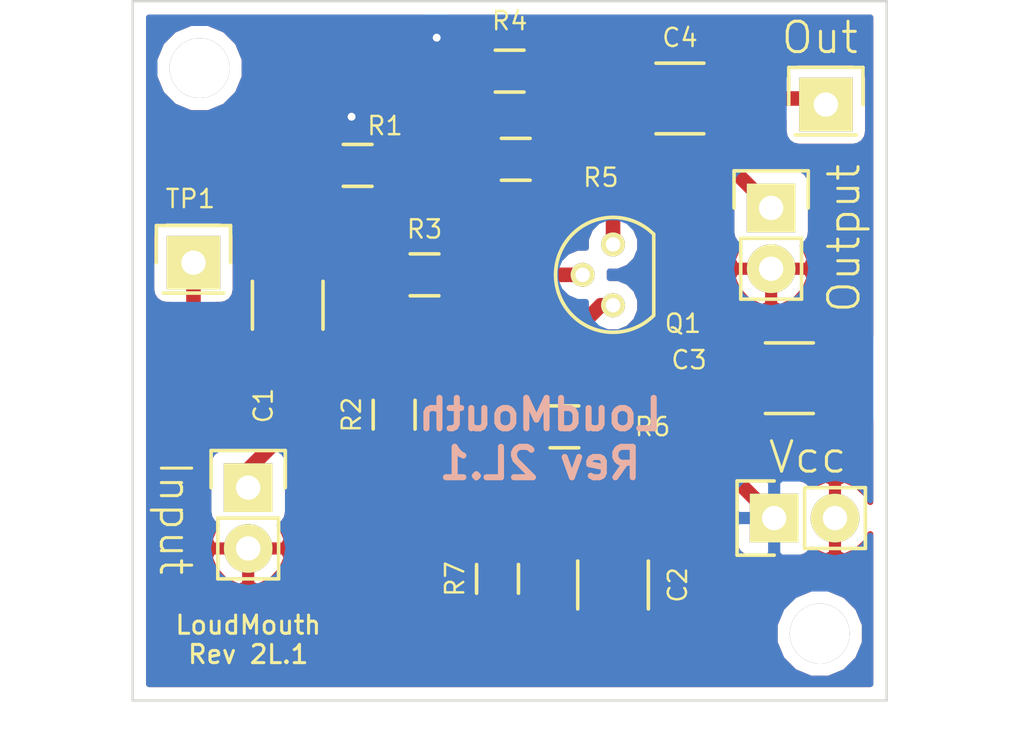
<source format=kicad_pcb>
(kicad_pcb (version 4) (host pcbnew 4.0.0-rc1-stable)

  (general
    (links 23)
    (no_connects 0)
    (area 139.644136 93.97448 182.625984 126.70058)
    (thickness 1.6)
    (drawings 10)
    (tracks 47)
    (zones 0)
    (modules 19)
    (nets 11)
  )

  (page A4)
  (layers
    (0 F.Cu signal)
    (31 B.Cu signal)
    (32 B.Adhes user)
    (33 F.Adhes user)
    (34 B.Paste user)
    (35 F.Paste user)
    (36 B.SilkS user)
    (37 F.SilkS user)
    (38 B.Mask user)
    (39 F.Mask user)
    (40 Dwgs.User user)
    (41 Cmts.User user)
    (42 Eco1.User user)
    (43 Eco2.User user)
    (44 Edge.Cuts user)
    (45 Margin user)
    (46 B.CrtYd user)
    (47 F.CrtYd user)
    (48 B.Fab user)
    (49 F.Fab user)
  )

  (setup
    (last_trace_width 0.1524)
    (user_trace_width 0.254)
    (user_trace_width 0.3048)
    (user_trace_width 0.6096)
    (trace_clearance 0.1524)
    (zone_clearance 0.508)
    (zone_45_only no)
    (trace_min 0.1524)
    (segment_width 0.2)
    (edge_width 0.1)
    (via_size 0.6858)
    (via_drill 0.3302)
    (via_min_size 0.6858)
    (via_min_drill 0.3302)
    (uvia_size 0.3)
    (uvia_drill 0.1)
    (uvias_allowed no)
    (uvia_min_size 0)
    (uvia_min_drill 0)
    (pcb_text_width 0.3)
    (pcb_text_size 1.5 1.5)
    (mod_edge_width 0.15)
    (mod_text_size 0.762 0.762)
    (mod_text_width 0.1016)
    (pad_size 1.5 1.5)
    (pad_drill 0.6)
    (pad_to_mask_clearance 0)
    (aux_axis_origin 0 0)
    (visible_elements 7FFEFFFF)
    (pcbplotparams
      (layerselection 0x010f0_80000001)
      (usegerberextensions true)
      (excludeedgelayer true)
      (linewidth 0.076200)
      (plotframeref false)
      (viasonmask true)
      (mode 1)
      (useauxorigin false)
      (hpglpennumber 1)
      (hpglpenspeed 20)
      (hpglpendiameter 15)
      (hpglpenoverlay 2)
      (psnegative false)
      (psa4output false)
      (plotreference true)
      (plotvalue false)
      (plotinvisibletext false)
      (padsonsilk false)
      (subtractmaskfromsilk false)
      (outputformat 1)
      (mirror false)
      (drillshape 0)
      (scaleselection 1)
      (outputdirectory Gerbers/))
  )

  (net 0 "")
  (net 1 "Net-(C1-Pad1)")
  (net 2 /Input)
  (net 3 "Net-(C2-Pad1)")
  (net 4 GND)
  (net 5 /Vcc)
  (net 6 /Out)
  (net 7 "Net-(C4-Pad2)")
  (net 8 /Base)
  (net 9 /Collector)
  (net 10 /Emitter)

  (net_class Default "This is the default net class."
    (clearance 0.1524)
    (trace_width 0.1524)
    (via_dia 0.6858)
    (via_drill 0.3302)
    (uvia_dia 0.3)
    (uvia_drill 0.1)
    (add_net /Base)
    (add_net /Collector)
    (add_net /Emitter)
    (add_net /Input)
    (add_net /Out)
    (add_net /Vcc)
    (add_net GND)
    (add_net "Net-(C1-Pad1)")
    (add_net "Net-(C2-Pad1)")
    (add_net "Net-(C4-Pad2)")
  )

  (module Mounting_Holes:MountingHole_2-5mm (layer F.Cu) (tedit 55FC44D1) (tstamp 55FC4993)
    (at 173.99 122.174)
    (descr "Mounting hole, Befestigungsbohrung, 2,5mm, No Annular, Kein Restring,")
    (tags "Mounting hole, Befestigungsbohrung, 2,5mm, No Annular, Kein Restring,")
    (fp_text reference REF** (at 0 -3.50012) (layer F.SilkS) hide
      (effects (font (size 1 1) (thickness 0.15)))
    )
    (fp_text value MountingHole_2-5mm (at 0.09906 3.59918) (layer F.Fab)
      (effects (font (size 1 1) (thickness 0.15)))
    )
    (fp_circle (center 0 0) (end 2.5 0) (layer Cmts.User) (width 0.381))
    (pad 1 thru_hole circle (at 0 0) (size 2.5 2.5) (drill 2.5) (layers))
  )

  (module Capacitors_SMD:C_1210_HandSoldering (layer F.Cu) (tedit 56A7D7FB) (tstamp 55FC4108)
    (at 151.765 108.458 270)
    (descr "Capacitor SMD 1210, hand soldering")
    (tags "capacitor 1210")
    (path /55FB0EC7)
    (attr smd)
    (fp_text reference C1 (at 4.191 1.016 270) (layer F.SilkS)
      (effects (font (size 0.762 0.762) (thickness 0.1016)))
    )
    (fp_text value C (at 0 2.7 270) (layer F.Fab)
      (effects (font (size 0.762 0.762) (thickness 0.1016)))
    )
    (fp_line (start -3.3 -1.6) (end 3.3 -1.6) (layer F.CrtYd) (width 0.05))
    (fp_line (start -3.3 1.6) (end 3.3 1.6) (layer F.CrtYd) (width 0.05))
    (fp_line (start -3.3 -1.6) (end -3.3 1.6) (layer F.CrtYd) (width 0.05))
    (fp_line (start 3.3 -1.6) (end 3.3 1.6) (layer F.CrtYd) (width 0.05))
    (fp_line (start 1 -1.475) (end -1 -1.475) (layer F.SilkS) (width 0.15))
    (fp_line (start -1 1.475) (end 1 1.475) (layer F.SilkS) (width 0.15))
    (pad 1 smd rect (at -2 0 270) (size 2 2.5) (layers F.Cu F.Paste F.Mask)
      (net 1 "Net-(C1-Pad1)"))
    (pad 2 smd rect (at 2 0 270) (size 2 2.5) (layers F.Cu F.Paste F.Mask)
      (net 2 /Input))
    (model Capacitors_SMD.3dshapes/C_1210_HandSoldering.wrl
      (at (xyz 0 0 0))
      (scale (xyz 1 1 1))
      (rotate (xyz 0 0 0))
    )
  )

  (module Capacitors_SMD:C_1210_HandSoldering (layer F.Cu) (tedit 541A9C39) (tstamp 55FC4114)
    (at 165.354 120.142 270)
    (descr "Capacitor SMD 1210, hand soldering")
    (tags "capacitor 1210")
    (path /55FB1CD2)
    (attr smd)
    (fp_text reference C2 (at 0 -2.7 270) (layer F.SilkS)
      (effects (font (size 0.762 0.762) (thickness 0.1016)))
    )
    (fp_text value C (at 0 2.7 270) (layer F.Fab)
      (effects (font (size 0.762 0.762) (thickness 0.1016)))
    )
    (fp_line (start -3.3 -1.6) (end 3.3 -1.6) (layer F.CrtYd) (width 0.05))
    (fp_line (start -3.3 1.6) (end 3.3 1.6) (layer F.CrtYd) (width 0.05))
    (fp_line (start -3.3 -1.6) (end -3.3 1.6) (layer F.CrtYd) (width 0.05))
    (fp_line (start 3.3 -1.6) (end 3.3 1.6) (layer F.CrtYd) (width 0.05))
    (fp_line (start 1 -1.475) (end -1 -1.475) (layer F.SilkS) (width 0.15))
    (fp_line (start -1 1.475) (end 1 1.475) (layer F.SilkS) (width 0.15))
    (pad 1 smd rect (at -2 0 270) (size 2 2.5) (layers F.Cu F.Paste F.Mask)
      (net 3 "Net-(C2-Pad1)"))
    (pad 2 smd rect (at 2 0 270) (size 2 2.5) (layers F.Cu F.Paste F.Mask)
      (net 4 GND))
    (model Capacitors_SMD.3dshapes/C_1210_HandSoldering.wrl
      (at (xyz 0 0 0))
      (scale (xyz 1 1 1))
      (rotate (xyz 0 0 0))
    )
  )

  (module Capacitors_SMD:C_1210_HandSoldering (layer F.Cu) (tedit 55FC4D44) (tstamp 55FC4120)
    (at 172.72 111.506)
    (descr "Capacitor SMD 1210, hand soldering")
    (tags "capacitor 1210")
    (path /55FB0DE7)
    (attr smd)
    (fp_text reference C3 (at -4.191 -0.762) (layer F.SilkS)
      (effects (font (size 0.762 0.762) (thickness 0.1016)))
    )
    (fp_text value C (at 0 2.7) (layer F.Fab)
      (effects (font (size 0.762 0.762) (thickness 0.1016)))
    )
    (fp_line (start -3.3 -1.6) (end 3.3 -1.6) (layer F.CrtYd) (width 0.05))
    (fp_line (start -3.3 1.6) (end 3.3 1.6) (layer F.CrtYd) (width 0.05))
    (fp_line (start -3.3 -1.6) (end -3.3 1.6) (layer F.CrtYd) (width 0.05))
    (fp_line (start 3.3 -1.6) (end 3.3 1.6) (layer F.CrtYd) (width 0.05))
    (fp_line (start 1 -1.475) (end -1 -1.475) (layer F.SilkS) (width 0.15))
    (fp_line (start -1 1.475) (end 1 1.475) (layer F.SilkS) (width 0.15))
    (pad 1 smd rect (at -2 0) (size 2 2.5) (layers F.Cu F.Paste F.Mask)
      (net 5 /Vcc))
    (pad 2 smd rect (at 2 0) (size 2 2.5) (layers F.Cu F.Paste F.Mask)
      (net 4 GND))
    (model Capacitors_SMD.3dshapes/C_1210_HandSoldering.wrl
      (at (xyz 0 0 0))
      (scale (xyz 1 1 1))
      (rotate (xyz 0 0 0))
    )
  )

  (module Capacitors_SMD:C_1210_HandSoldering (layer F.Cu) (tedit 55FC42C7) (tstamp 55FC412C)
    (at 168.148 99.822 180)
    (descr "Capacitor SMD 1210, hand soldering")
    (tags "capacitor 1210")
    (path /55FB0E8E)
    (attr smd)
    (fp_text reference C4 (at 0 2.54 180) (layer F.SilkS)
      (effects (font (size 0.762 0.762) (thickness 0.1016)))
    )
    (fp_text value C (at 0 2.7 180) (layer F.Fab)
      (effects (font (size 0.762 0.762) (thickness 0.1016)))
    )
    (fp_line (start -3.3 -1.6) (end 3.3 -1.6) (layer F.CrtYd) (width 0.05))
    (fp_line (start -3.3 1.6) (end 3.3 1.6) (layer F.CrtYd) (width 0.05))
    (fp_line (start -3.3 -1.6) (end -3.3 1.6) (layer F.CrtYd) (width 0.05))
    (fp_line (start 3.3 -1.6) (end 3.3 1.6) (layer F.CrtYd) (width 0.05))
    (fp_line (start 1 -1.475) (end -1 -1.475) (layer F.SilkS) (width 0.15))
    (fp_line (start -1 1.475) (end 1 1.475) (layer F.SilkS) (width 0.15))
    (pad 1 smd rect (at -2 0 180) (size 2 2.5) (layers F.Cu F.Paste F.Mask)
      (net 6 /Out))
    (pad 2 smd rect (at 2 0 180) (size 2 2.5) (layers F.Cu F.Paste F.Mask)
      (net 7 "Net-(C4-Pad2)"))
    (model Capacitors_SMD.3dshapes/C_1210_HandSoldering.wrl
      (at (xyz 0 0 0))
      (scale (xyz 1 1 1))
      (rotate (xyz 0 0 0))
    )
  )

  (module Pin_Headers:Pin_Header_Straight_1x02 (layer F.Cu) (tedit 55FC4CA0) (tstamp 55FC413D)
    (at 150.114 116.078)
    (descr "Through hole pin header")
    (tags "pin header")
    (path /55FB1268)
    (fp_text reference P1 (at 0 5.08) (layer F.SilkS) hide
      (effects (font (size 0.762 0.762) (thickness 0.1016)))
    )
    (fp_text value CONN_01X02 (at 0 -3.1) (layer F.Fab)
      (effects (font (size 0.762 0.762) (thickness 0.1016)))
    )
    (fp_line (start 1.27 1.27) (end 1.27 3.81) (layer F.SilkS) (width 0.15))
    (fp_line (start 1.55 -1.55) (end 1.55 0) (layer F.SilkS) (width 0.15))
    (fp_line (start -1.75 -1.75) (end -1.75 4.3) (layer F.CrtYd) (width 0.05))
    (fp_line (start 1.75 -1.75) (end 1.75 4.3) (layer F.CrtYd) (width 0.05))
    (fp_line (start -1.75 -1.75) (end 1.75 -1.75) (layer F.CrtYd) (width 0.05))
    (fp_line (start -1.75 4.3) (end 1.75 4.3) (layer F.CrtYd) (width 0.05))
    (fp_line (start 1.27 1.27) (end -1.27 1.27) (layer F.SilkS) (width 0.15))
    (fp_line (start -1.55 0) (end -1.55 -1.55) (layer F.SilkS) (width 0.15))
    (fp_line (start -1.55 -1.55) (end 1.55 -1.55) (layer F.SilkS) (width 0.15))
    (fp_line (start -1.27 1.27) (end -1.27 3.81) (layer F.SilkS) (width 0.15))
    (fp_line (start -1.27 3.81) (end 1.27 3.81) (layer F.SilkS) (width 0.15))
    (pad 1 thru_hole rect (at 0 0) (size 2.032 2.032) (drill 1.016) (layers *.Cu *.Mask F.SilkS)
      (net 2 /Input))
    (pad 2 thru_hole oval (at 0 2.54) (size 2.032 2.032) (drill 1.016) (layers *.Cu *.Mask F.SilkS)
      (net 4 GND))
    (model Pin_Headers.3dshapes/Pin_Header_Straight_1x02.wrl
      (at (xyz 0 -0.05 0))
      (scale (xyz 1 1 1))
      (rotate (xyz 0 0 90))
    )
  )

  (module Pin_Headers:Pin_Header_Straight_1x02 (layer F.Cu) (tedit 55FC4D33) (tstamp 55FC414E)
    (at 172.085 117.348 90)
    (descr "Through hole pin header")
    (tags "pin header")
    (path /55FB101E)
    (fp_text reference P2 (at -1.143 -2.921 180) (layer F.SilkS) hide
      (effects (font (size 0.762 0.762) (thickness 0.1016)))
    )
    (fp_text value CONN_01X02 (at 0 -3.1 90) (layer F.Fab)
      (effects (font (size 0.762 0.762) (thickness 0.1016)))
    )
    (fp_line (start 1.27 1.27) (end 1.27 3.81) (layer F.SilkS) (width 0.15))
    (fp_line (start 1.55 -1.55) (end 1.55 0) (layer F.SilkS) (width 0.15))
    (fp_line (start -1.75 -1.75) (end -1.75 4.3) (layer F.CrtYd) (width 0.05))
    (fp_line (start 1.75 -1.75) (end 1.75 4.3) (layer F.CrtYd) (width 0.05))
    (fp_line (start -1.75 -1.75) (end 1.75 -1.75) (layer F.CrtYd) (width 0.05))
    (fp_line (start -1.75 4.3) (end 1.75 4.3) (layer F.CrtYd) (width 0.05))
    (fp_line (start 1.27 1.27) (end -1.27 1.27) (layer F.SilkS) (width 0.15))
    (fp_line (start -1.55 0) (end -1.55 -1.55) (layer F.SilkS) (width 0.15))
    (fp_line (start -1.55 -1.55) (end 1.55 -1.55) (layer F.SilkS) (width 0.15))
    (fp_line (start -1.27 1.27) (end -1.27 3.81) (layer F.SilkS) (width 0.15))
    (fp_line (start -1.27 3.81) (end 1.27 3.81) (layer F.SilkS) (width 0.15))
    (pad 1 thru_hole rect (at 0 0 90) (size 2.032 2.032) (drill 1.016) (layers *.Cu *.Mask F.SilkS)
      (net 5 /Vcc))
    (pad 2 thru_hole oval (at 0 2.54 90) (size 2.032 2.032) (drill 1.016) (layers *.Cu *.Mask F.SilkS)
      (net 4 GND))
    (model Pin_Headers.3dshapes/Pin_Header_Straight_1x02.wrl
      (at (xyz 0 -0.05 0))
      (scale (xyz 1 1 1))
      (rotate (xyz 0 0 90))
    )
  )

  (module Pin_Headers:Pin_Header_Straight_1x02 (layer F.Cu) (tedit 55FC4CE2) (tstamp 55FC415F)
    (at 171.958 104.394)
    (descr "Through hole pin header")
    (tags "pin header")
    (path /55FB1131)
    (fp_text reference P3 (at -2.921 -1.143) (layer F.SilkS) hide
      (effects (font (size 0.762 0.762) (thickness 0.1016)))
    )
    (fp_text value CONN_01X02 (at 0 -3.1) (layer F.Fab)
      (effects (font (size 0.762 0.762) (thickness 0.1016)))
    )
    (fp_line (start 1.27 1.27) (end 1.27 3.81) (layer F.SilkS) (width 0.15))
    (fp_line (start 1.55 -1.55) (end 1.55 0) (layer F.SilkS) (width 0.15))
    (fp_line (start -1.75 -1.75) (end -1.75 4.3) (layer F.CrtYd) (width 0.05))
    (fp_line (start 1.75 -1.75) (end 1.75 4.3) (layer F.CrtYd) (width 0.05))
    (fp_line (start -1.75 -1.75) (end 1.75 -1.75) (layer F.CrtYd) (width 0.05))
    (fp_line (start -1.75 4.3) (end 1.75 4.3) (layer F.CrtYd) (width 0.05))
    (fp_line (start 1.27 1.27) (end -1.27 1.27) (layer F.SilkS) (width 0.15))
    (fp_line (start -1.55 0) (end -1.55 -1.55) (layer F.SilkS) (width 0.15))
    (fp_line (start -1.55 -1.55) (end 1.55 -1.55) (layer F.SilkS) (width 0.15))
    (fp_line (start -1.27 1.27) (end -1.27 3.81) (layer F.SilkS) (width 0.15))
    (fp_line (start -1.27 3.81) (end 1.27 3.81) (layer F.SilkS) (width 0.15))
    (pad 1 thru_hole rect (at 0 0) (size 2.032 2.032) (drill 1.016) (layers *.Cu *.Mask F.SilkS)
      (net 6 /Out))
    (pad 2 thru_hole oval (at 0 2.54) (size 2.032 2.032) (drill 1.016) (layers *.Cu *.Mask F.SilkS)
      (net 4 GND))
    (model Pin_Headers.3dshapes/Pin_Header_Straight_1x02.wrl
      (at (xyz 0 -0.05 0))
      (scale (xyz 1 1 1))
      (rotate (xyz 0 0 90))
    )
  )

  (module Housings_TO-92:TO-92_Molded_Narrow (layer F.Cu) (tedit 55FC43C9) (tstamp 55FC416D)
    (at 165.354 108.458 90)
    (descr "TO-92 leads molded, narrow, drill 0.6mm (see NXP sot054_po.pdf)")
    (tags "to-92 sc-43 sc-43a sot54 PA33 transistor")
    (path /55FB06D3)
    (fp_text reference Q1 (at -0.762 2.921 180) (layer F.SilkS)
      (effects (font (size 0.762 0.762) (thickness 0.1016)))
    )
    (fp_text value Q_NPN_EBC (at 0 3 90) (layer F.Fab)
      (effects (font (size 0.762 0.762) (thickness 0.1016)))
    )
    (fp_line (start -1.4 1.95) (end -1.4 -2.65) (layer F.CrtYd) (width 0.05))
    (fp_line (start -1.4 1.95) (end 3.9 1.95) (layer F.CrtYd) (width 0.05))
    (fp_line (start -0.43 1.7) (end 2.97 1.7) (layer F.SilkS) (width 0.15))
    (fp_arc (start 1.27 0) (end 1.27 -2.4) (angle -135) (layer F.SilkS) (width 0.15))
    (fp_arc (start 1.27 0) (end 1.27 -2.4) (angle 135) (layer F.SilkS) (width 0.15))
    (fp_line (start -1.4 -2.65) (end 3.9 -2.65) (layer F.CrtYd) (width 0.05))
    (fp_line (start 3.9 1.95) (end 3.9 -2.65) (layer F.CrtYd) (width 0.05))
    (pad 2 thru_hole circle (at 1.27 -1.27 180) (size 1.00076 1.00076) (drill 0.6) (layers *.Cu *.Mask F.SilkS)
      (net 8 /Base))
    (pad 3 thru_hole circle (at 2.54 0 180) (size 1.00076 1.00076) (drill 0.6) (layers *.Cu *.Mask F.SilkS)
      (net 9 /Collector))
    (pad 1 thru_hole circle (at 0 0 180) (size 1.00076 1.00076) (drill 0.6) (layers *.Cu *.Mask F.SilkS)
      (net 10 /Emitter))
    (model Housings_TO-92.3dshapes/TO-92_Molded_Narrow.wrl
      (at (xyz 0.05 0 0))
      (scale (xyz 1 1 1))
      (rotate (xyz 0 0 -90))
    )
  )

  (module Resistors_SMD:R_0805_HandSoldering (layer F.Cu) (tedit 56A7D7E8) (tstamp 55FC4179)
    (at 154.686 102.616)
    (descr "Resistor SMD 0805, hand soldering")
    (tags "resistor 0805")
    (path /55FB0CED)
    (attr smd)
    (fp_text reference R1 (at 1.143 -1.651) (layer F.SilkS)
      (effects (font (size 0.762 0.762) (thickness 0.1016)))
    )
    (fp_text value R (at 0 2.1) (layer F.Fab)
      (effects (font (size 0.762 0.762) (thickness 0.1016)))
    )
    (fp_line (start -2.4 -1) (end 2.4 -1) (layer F.CrtYd) (width 0.05))
    (fp_line (start -2.4 1) (end 2.4 1) (layer F.CrtYd) (width 0.05))
    (fp_line (start -2.4 -1) (end -2.4 1) (layer F.CrtYd) (width 0.05))
    (fp_line (start 2.4 -1) (end 2.4 1) (layer F.CrtYd) (width 0.05))
    (fp_line (start 0.6 0.875) (end -0.6 0.875) (layer F.SilkS) (width 0.15))
    (fp_line (start -0.6 -0.875) (end 0.6 -0.875) (layer F.SilkS) (width 0.15))
    (pad 1 smd rect (at -1.35 0) (size 1.5 1.3) (layers F.Cu F.Paste F.Mask)
      (net 5 /Vcc))
    (pad 2 smd rect (at 1.35 0) (size 1.5 1.3) (layers F.Cu F.Paste F.Mask)
      (net 1 "Net-(C1-Pad1)"))
    (model Resistors_SMD.3dshapes/R_0805_HandSoldering.wrl
      (at (xyz 0 0 0))
      (scale (xyz 1 1 1))
      (rotate (xyz 0 0 0))
    )
  )

  (module Resistors_SMD:R_0805_HandSoldering (layer F.Cu) (tedit 56A7D7EF) (tstamp 55FC4185)
    (at 156.21 113.03 270)
    (descr "Resistor SMD 0805, hand soldering")
    (tags "resistor 0805")
    (path /55FB0D8E)
    (attr smd)
    (fp_text reference R2 (at 0 1.778 270) (layer F.SilkS)
      (effects (font (size 0.762 0.762) (thickness 0.1016)))
    )
    (fp_text value R (at 0 2.1 270) (layer F.Fab)
      (effects (font (size 0.762 0.762) (thickness 0.1016)))
    )
    (fp_line (start -2.4 -1) (end 2.4 -1) (layer F.CrtYd) (width 0.05))
    (fp_line (start -2.4 1) (end 2.4 1) (layer F.CrtYd) (width 0.05))
    (fp_line (start -2.4 -1) (end -2.4 1) (layer F.CrtYd) (width 0.05))
    (fp_line (start 2.4 -1) (end 2.4 1) (layer F.CrtYd) (width 0.05))
    (fp_line (start 0.6 0.875) (end -0.6 0.875) (layer F.SilkS) (width 0.15))
    (fp_line (start -0.6 -0.875) (end 0.6 -0.875) (layer F.SilkS) (width 0.15))
    (pad 1 smd rect (at -1.35 0 270) (size 1.5 1.3) (layers F.Cu F.Paste F.Mask)
      (net 1 "Net-(C1-Pad1)"))
    (pad 2 smd rect (at 1.35 0 270) (size 1.5 1.3) (layers F.Cu F.Paste F.Mask)
      (net 4 GND))
    (model Resistors_SMD.3dshapes/R_0805_HandSoldering.wrl
      (at (xyz 0 0 0))
      (scale (xyz 1 1 1))
      (rotate (xyz 0 0 0))
    )
  )

  (module Resistors_SMD:R_0805_HandSoldering (layer F.Cu) (tedit 56A7D7F3) (tstamp 55FC4191)
    (at 157.48 107.188 180)
    (descr "Resistor SMD 0805, hand soldering")
    (tags "resistor 0805")
    (path /55FB0B2C)
    (attr smd)
    (fp_text reference R3 (at 0 1.905 180) (layer F.SilkS)
      (effects (font (size 0.762 0.762) (thickness 0.1016)))
    )
    (fp_text value 0Ω (at 0 2.1 180) (layer F.Fab)
      (effects (font (size 0.762 0.762) (thickness 0.1016)))
    )
    (fp_line (start -2.4 -1) (end 2.4 -1) (layer F.CrtYd) (width 0.05))
    (fp_line (start -2.4 1) (end 2.4 1) (layer F.CrtYd) (width 0.05))
    (fp_line (start -2.4 -1) (end -2.4 1) (layer F.CrtYd) (width 0.05))
    (fp_line (start 2.4 -1) (end 2.4 1) (layer F.CrtYd) (width 0.05))
    (fp_line (start 0.6 0.875) (end -0.6 0.875) (layer F.SilkS) (width 0.15))
    (fp_line (start -0.6 -0.875) (end 0.6 -0.875) (layer F.SilkS) (width 0.15))
    (pad 1 smd rect (at -1.35 0 180) (size 1.5 1.3) (layers F.Cu F.Paste F.Mask)
      (net 8 /Base))
    (pad 2 smd rect (at 1.35 0 180) (size 1.5 1.3) (layers F.Cu F.Paste F.Mask)
      (net 1 "Net-(C1-Pad1)"))
    (model Resistors_SMD.3dshapes/R_0805_HandSoldering.wrl
      (at (xyz 0 0 0))
      (scale (xyz 1 1 1))
      (rotate (xyz 0 0 0))
    )
  )

  (module Resistors_SMD:R_0805_HandSoldering (layer F.Cu) (tedit 54189DEE) (tstamp 55FC419D)
    (at 161.036 98.679)
    (descr "Resistor SMD 0805, hand soldering")
    (tags "resistor 0805")
    (path /55FB0C60)
    (attr smd)
    (fp_text reference R4 (at 0 -2.1) (layer F.SilkS)
      (effects (font (size 0.762 0.762) (thickness 0.1016)))
    )
    (fp_text value R (at 0 2.1) (layer F.Fab)
      (effects (font (size 0.762 0.762) (thickness 0.1016)))
    )
    (fp_line (start -2.4 -1) (end 2.4 -1) (layer F.CrtYd) (width 0.05))
    (fp_line (start -2.4 1) (end 2.4 1) (layer F.CrtYd) (width 0.05))
    (fp_line (start -2.4 -1) (end -2.4 1) (layer F.CrtYd) (width 0.05))
    (fp_line (start 2.4 -1) (end 2.4 1) (layer F.CrtYd) (width 0.05))
    (fp_line (start 0.6 0.875) (end -0.6 0.875) (layer F.SilkS) (width 0.15))
    (fp_line (start -0.6 -0.875) (end 0.6 -0.875) (layer F.SilkS) (width 0.15))
    (pad 1 smd rect (at -1.35 0) (size 1.5 1.3) (layers F.Cu F.Paste F.Mask)
      (net 5 /Vcc))
    (pad 2 smd rect (at 1.35 0) (size 1.5 1.3) (layers F.Cu F.Paste F.Mask)
      (net 7 "Net-(C4-Pad2)"))
    (model Resistors_SMD.3dshapes/R_0805_HandSoldering.wrl
      (at (xyz 0 0 0))
      (scale (xyz 1 1 1))
      (rotate (xyz 0 0 0))
    )
  )

  (module Resistors_SMD:R_0805_HandSoldering (layer F.Cu) (tedit 55FC42BA) (tstamp 55FC41A9)
    (at 161.29 102.362)
    (descr "Resistor SMD 0805, hand soldering")
    (tags "resistor 0805")
    (path /55FB0B85)
    (attr smd)
    (fp_text reference R5 (at 3.556 0.762) (layer F.SilkS)
      (effects (font (size 0.762 0.762) (thickness 0.1016)))
    )
    (fp_text value 0Ω (at 0 2.1) (layer F.Fab)
      (effects (font (size 0.762 0.762) (thickness 0.1016)))
    )
    (fp_line (start -2.4 -1) (end 2.4 -1) (layer F.CrtYd) (width 0.05))
    (fp_line (start -2.4 1) (end 2.4 1) (layer F.CrtYd) (width 0.05))
    (fp_line (start -2.4 -1) (end -2.4 1) (layer F.CrtYd) (width 0.05))
    (fp_line (start 2.4 -1) (end 2.4 1) (layer F.CrtYd) (width 0.05))
    (fp_line (start 0.6 0.875) (end -0.6 0.875) (layer F.SilkS) (width 0.15))
    (fp_line (start -0.6 -0.875) (end 0.6 -0.875) (layer F.SilkS) (width 0.15))
    (pad 1 smd rect (at -1.35 0) (size 1.5 1.3) (layers F.Cu F.Paste F.Mask)
      (net 7 "Net-(C4-Pad2)"))
    (pad 2 smd rect (at 1.35 0) (size 1.5 1.3) (layers F.Cu F.Paste F.Mask)
      (net 9 /Collector))
    (model Resistors_SMD.3dshapes/R_0805_HandSoldering.wrl
      (at (xyz 0 0 0))
      (scale (xyz 1 1 1))
      (rotate (xyz 0 0 0))
    )
  )

  (module Resistors_SMD:R_0805_HandSoldering (layer F.Cu) (tedit 55FC429E) (tstamp 55FC41B5)
    (at 163.322 113.538)
    (descr "Resistor SMD 0805, hand soldering")
    (tags "resistor 0805")
    (path /55FB1FA3)
    (attr smd)
    (fp_text reference R6 (at 3.683 0) (layer F.SilkS)
      (effects (font (size 0.762 0.762) (thickness 0.1016)))
    )
    (fp_text value 0Ω (at 0 2.1) (layer F.Fab)
      (effects (font (size 0.762 0.762) (thickness 0.1016)))
    )
    (fp_line (start -2.4 -1) (end 2.4 -1) (layer F.CrtYd) (width 0.05))
    (fp_line (start -2.4 1) (end 2.4 1) (layer F.CrtYd) (width 0.05))
    (fp_line (start -2.4 -1) (end -2.4 1) (layer F.CrtYd) (width 0.05))
    (fp_line (start 2.4 -1) (end 2.4 1) (layer F.CrtYd) (width 0.05))
    (fp_line (start 0.6 0.875) (end -0.6 0.875) (layer F.SilkS) (width 0.15))
    (fp_line (start -0.6 -0.875) (end 0.6 -0.875) (layer F.SilkS) (width 0.15))
    (pad 1 smd rect (at -1.35 0) (size 1.5 1.3) (layers F.Cu F.Paste F.Mask)
      (net 10 /Emitter))
    (pad 2 smd rect (at 1.35 0) (size 1.5 1.3) (layers F.Cu F.Paste F.Mask)
      (net 3 "Net-(C2-Pad1)"))
    (model Resistors_SMD.3dshapes/R_0805_HandSoldering.wrl
      (at (xyz 0 0 0))
      (scale (xyz 1 1 1))
      (rotate (xyz 0 0 0))
    )
  )

  (module Resistors_SMD:R_0805_HandSoldering (layer F.Cu) (tedit 55FC4233) (tstamp 55FC41C1)
    (at 160.528 119.888 270)
    (descr "Resistor SMD 0805, hand soldering")
    (tags "resistor 0805")
    (path /55FB0C0F)
    (attr smd)
    (fp_text reference R7 (at 0 1.778 270) (layer F.SilkS)
      (effects (font (size 0.762 0.762) (thickness 0.1016)))
    )
    (fp_text value R (at 0 2.1 270) (layer F.Fab)
      (effects (font (size 0.762 0.762) (thickness 0.1016)))
    )
    (fp_line (start -2.4 -1) (end 2.4 -1) (layer F.CrtYd) (width 0.05))
    (fp_line (start -2.4 1) (end 2.4 1) (layer F.CrtYd) (width 0.05))
    (fp_line (start -2.4 -1) (end -2.4 1) (layer F.CrtYd) (width 0.05))
    (fp_line (start 2.4 -1) (end 2.4 1) (layer F.CrtYd) (width 0.05))
    (fp_line (start 0.6 0.875) (end -0.6 0.875) (layer F.SilkS) (width 0.15))
    (fp_line (start -0.6 -0.875) (end 0.6 -0.875) (layer F.SilkS) (width 0.15))
    (pad 1 smd rect (at -1.35 0 270) (size 1.5 1.3) (layers F.Cu F.Paste F.Mask)
      (net 3 "Net-(C2-Pad1)"))
    (pad 2 smd rect (at 1.35 0 270) (size 1.5 1.3) (layers F.Cu F.Paste F.Mask)
      (net 4 GND))
    (model Resistors_SMD.3dshapes/R_0805_HandSoldering.wrl
      (at (xyz 0 0 0))
      (scale (xyz 1 1 1))
      (rotate (xyz 0 0 0))
    )
  )

  (module Pin_Headers:Pin_Header_Straight_1x01 (layer F.Cu) (tedit 55FC43AE) (tstamp 55FC41CE)
    (at 147.828 106.68)
    (descr "Through hole pin header")
    (tags "pin header")
    (path /55FC3FCE)
    (fp_text reference TP1 (at -0.127 -2.667) (layer F.SilkS)
      (effects (font (size 0.762 0.762) (thickness 0.1016)))
    )
    (fp_text value CONN_01X01 (at 0 -3.1) (layer F.Fab)
      (effects (font (size 0.762 0.762) (thickness 0.1016)))
    )
    (fp_line (start 1.55 -1.55) (end 1.55 0) (layer F.SilkS) (width 0.15))
    (fp_line (start -1.75 -1.75) (end -1.75 1.75) (layer F.CrtYd) (width 0.05))
    (fp_line (start 1.75 -1.75) (end 1.75 1.75) (layer F.CrtYd) (width 0.05))
    (fp_line (start -1.75 -1.75) (end 1.75 -1.75) (layer F.CrtYd) (width 0.05))
    (fp_line (start -1.75 1.75) (end 1.75 1.75) (layer F.CrtYd) (width 0.05))
    (fp_line (start -1.55 0) (end -1.55 -1.55) (layer F.SilkS) (width 0.15))
    (fp_line (start -1.55 -1.55) (end 1.55 -1.55) (layer F.SilkS) (width 0.15))
    (fp_line (start -1.27 1.27) (end 1.27 1.27) (layer F.SilkS) (width 0.15))
    (pad 1 thru_hole rect (at 0 0) (size 2.2352 2.2352) (drill 1.016) (layers *.Cu *.Mask F.SilkS)
      (net 2 /Input))
    (model Pin_Headers.3dshapes/Pin_Header_Straight_1x01.wrl
      (at (xyz 0 0 0))
      (scale (xyz 1 1 1))
      (rotate (xyz 0 0 90))
    )
  )

  (module Pin_Headers:Pin_Header_Straight_1x01 (layer F.Cu) (tedit 55FC4CF0) (tstamp 55FC41DB)
    (at 174.244 100.076)
    (descr "Through hole pin header")
    (tags "pin header")
    (path /55FC3DC4)
    (fp_text reference TP2 (at 0 -2.921) (layer F.SilkS) hide
      (effects (font (size 0.762 0.762) (thickness 0.1016)))
    )
    (fp_text value CONN_01X01 (at 0 -3.1) (layer F.Fab)
      (effects (font (size 0.762 0.762) (thickness 0.1016)))
    )
    (fp_line (start 1.55 -1.55) (end 1.55 0) (layer F.SilkS) (width 0.15))
    (fp_line (start -1.75 -1.75) (end -1.75 1.75) (layer F.CrtYd) (width 0.05))
    (fp_line (start 1.75 -1.75) (end 1.75 1.75) (layer F.CrtYd) (width 0.05))
    (fp_line (start -1.75 -1.75) (end 1.75 -1.75) (layer F.CrtYd) (width 0.05))
    (fp_line (start -1.75 1.75) (end 1.75 1.75) (layer F.CrtYd) (width 0.05))
    (fp_line (start -1.55 0) (end -1.55 -1.55) (layer F.SilkS) (width 0.15))
    (fp_line (start -1.55 -1.55) (end 1.55 -1.55) (layer F.SilkS) (width 0.15))
    (fp_line (start -1.27 1.27) (end 1.27 1.27) (layer F.SilkS) (width 0.15))
    (pad 1 thru_hole rect (at 0 0) (size 2.2352 2.2352) (drill 1.016) (layers *.Cu *.Mask F.SilkS)
      (net 6 /Out))
    (model Pin_Headers.3dshapes/Pin_Header_Straight_1x01.wrl
      (at (xyz 0 0 0))
      (scale (xyz 1 1 1))
      (rotate (xyz 0 0 90))
    )
  )

  (module Mounting_Holes:MountingHole_2-5mm (layer F.Cu) (tedit 55FC44DB) (tstamp 55FC4989)
    (at 148.082 98.552)
    (descr "Mounting hole, Befestigungsbohrung, 2,5mm, No Annular, Kein Restring,")
    (tags "Mounting hole, Befestigungsbohrung, 2,5mm, No Annular, Kein Restring,")
    (fp_text reference REF** (at 0 -3.50012) (layer F.SilkS) hide
      (effects (font (size 1 1) (thickness 0.15)))
    )
    (fp_text value MountingHole_2-5mm (at 0.09906 3.59918) (layer F.Fab)
      (effects (font (size 1 1) (thickness 0.15)))
    )
    (fp_circle (center 0 0) (end 2.5 0) (layer Cmts.User) (width 0.381))
    (pad 1 thru_hole circle (at 0 0) (size 2.5 2.5) (drill 2.5) (layers))
  )

  (gr_text "LoudMouth\nRev 2L.1" (at 150.114 122.428) (layer F.SilkS)
    (effects (font (size 0.762 0.762) (thickness 0.127)))
  )
  (gr_text "LoudMouth\nRev 2L.1" (at 162.306 114.046) (layer B.SilkS)
    (effects (font (size 1.27 1.27) (thickness 0.254)) (justify mirror))
  )
  (gr_text Vcc (at 173.482 114.808) (layer F.SilkS)
    (effects (font (size 1.27 1.27) (thickness 0.127)))
  )
  (gr_text Out (at 173.99 97.282) (layer F.SilkS)
    (effects (font (size 1.27 1.27) (thickness 0.127)))
  )
  (gr_text Output (at 175.006 105.664 90) (layer F.SilkS)
    (effects (font (size 1.27 1.27) (thickness 0.127)))
  )
  (gr_text Input (at 147.066 117.348 270) (layer F.SilkS)
    (effects (font (size 1.27 1.27) (thickness 0.127)))
  )
  (gr_line (start 145.288 124.968) (end 145.288 95.758) (angle 90) (layer Edge.Cuts) (width 0.1))
  (gr_line (start 176.784 124.968) (end 145.288 124.968) (angle 90) (layer Edge.Cuts) (width 0.1))
  (gr_line (start 176.784 95.758) (end 176.784 124.968) (angle 90) (layer Edge.Cuts) (width 0.1))
  (gr_line (start 145.288 95.758) (end 176.784 95.758) (angle 90) (layer Edge.Cuts) (width 0.1))

  (segment (start 156.036 102.616) (end 156.036 107.094) (width 0.6096) (layer F.Cu) (net 1))
  (segment (start 156.036 107.094) (end 156.13 107.188) (width 0.6096) (layer F.Cu) (net 1) (tstamp 55FC4B57))
  (segment (start 156.13 107.188) (end 156.13 111.6) (width 0.6096) (layer F.Cu) (net 1))
  (segment (start 156.13 111.6) (end 156.21 111.68) (width 0.6096) (layer F.Cu) (net 1) (tstamp 55FC4A54))
  (segment (start 156.083 107.141) (end 156.13 107.188) (width 0.6096) (layer F.Cu) (net 1) (tstamp 55FC4A51))
  (segment (start 151.765 106.458) (end 155.4 106.458) (width 0.6096) (layer F.Cu) (net 1))
  (segment (start 155.4 106.458) (end 156.13 107.188) (width 0.6096) (layer F.Cu) (net 1) (tstamp 55FC4A4E))
  (segment (start 150.114 116.078) (end 150.114 115.316) (width 0.6096) (layer F.Cu) (net 2))
  (segment (start 150.114 115.316) (end 151.765 113.665) (width 0.6096) (layer F.Cu) (net 2) (tstamp 55FC4E22))
  (segment (start 151.765 113.665) (end 151.765 110.458) (width 0.6096) (layer F.Cu) (net 2) (tstamp 55FC4E23))
  (segment (start 151.765 110.458) (end 149.32 110.458) (width 0.6096) (layer F.Cu) (net 2))
  (segment (start 147.828 108.966) (end 147.828 106.68) (width 0.6096) (layer F.Cu) (net 2) (tstamp 55FC4DAE))
  (segment (start 149.32 110.458) (end 147.828 108.966) (width 0.6096) (layer F.Cu) (net 2) (tstamp 55FC4DAC))
  (segment (start 151.638 110.585) (end 151.765 110.458) (width 0.6096) (layer F.Cu) (net 2) (tstamp 55FC4DA8))
  (segment (start 151.479 110.744) (end 151.765 110.458) (width 0.6096) (layer F.Cu) (net 2) (tstamp 55FC4C34))
  (segment (start 160.528 118.538) (end 164.958 118.538) (width 0.6096) (layer F.Cu) (net 3))
  (segment (start 164.958 118.538) (end 165.354 118.142) (width 0.6096) (layer F.Cu) (net 3) (tstamp 55FC4A60))
  (segment (start 165.354 118.142) (end 165.354 114.22) (width 0.6096) (layer F.Cu) (net 3))
  (segment (start 165.354 114.22) (end 164.672 113.538) (width 0.6096) (layer F.Cu) (net 3) (tstamp 55FC4A5D))
  (segment (start 170.72 111.506) (end 170.72 115.983) (width 0.6096) (layer F.Cu) (net 5))
  (segment (start 170.72 115.983) (end 172.085 117.348) (width 0.6096) (layer F.Cu) (net 5) (tstamp 55FC4D6B))
  (segment (start 153.336 102.616) (end 153.336 101.68) (width 0.6096) (layer F.Cu) (net 5))
  (via (at 154.432 100.584) (size 0.6858) (drill 0.3302) (layers F.Cu B.Cu) (net 5))
  (segment (start 153.336 101.68) (end 154.432 100.584) (width 0.6096) (layer F.Cu) (net 5) (tstamp 55FC4B5A))
  (segment (start 159.686 98.679) (end 159.385 98.679) (width 0.6096) (layer F.Cu) (net 5))
  (segment (start 159.385 98.679) (end 157.988 97.282) (width 0.6096) (layer F.Cu) (net 5) (tstamp 55FC4ABE))
  (via (at 157.988 97.282) (size 0.6858) (drill 0.3302) (layers F.Cu B.Cu) (net 5))
  (segment (start 159.639 98.726) (end 159.686 98.679) (width 0.6096) (layer F.Cu) (net 5) (tstamp 55FC4AAE))
  (segment (start 171.958 104.394) (end 170.434 102.87) (width 0.6096) (layer F.Cu) (net 6))
  (segment (start 170.434 102.87) (end 170.434 100.108) (width 0.6096) (layer F.Cu) (net 6) (tstamp 55FC4E52))
  (segment (start 170.434 100.108) (end 170.148 99.822) (width 0.6096) (layer F.Cu) (net 6) (tstamp 55FC4E53))
  (segment (start 173.99 99.822) (end 170.148 99.822) (width 0.6096) (layer F.Cu) (net 6) (tstamp 55FC4AB6))
  (segment (start 174.244 100.076) (end 173.99 99.822) (width 0.6096) (layer F.Cu) (net 6) (tstamp 55FC4AB5))
  (segment (start 162.386 98.679) (end 165.005 98.679) (width 0.6096) (layer F.Cu) (net 7))
  (segment (start 165.005 98.679) (end 166.148 99.822) (width 0.6096) (layer F.Cu) (net 7) (tstamp 55FC4AAB))
  (segment (start 159.94 102.362) (end 159.94 101.172) (width 0.6096) (layer F.Cu) (net 7))
  (segment (start 162.386 100.25) (end 162.386 98.679) (width 0.6096) (layer F.Cu) (net 7) (tstamp 55FC4AA8))
  (segment (start 162.052 100.584) (end 162.386 100.25) (width 0.6096) (layer F.Cu) (net 7) (tstamp 55FC4AA7))
  (segment (start 160.528 100.584) (end 162.052 100.584) (width 0.6096) (layer F.Cu) (net 7) (tstamp 55FC4AA6))
  (segment (start 159.94 101.172) (end 160.528 100.584) (width 0.6096) (layer F.Cu) (net 7) (tstamp 55FC4AA5))
  (segment (start 158.83 107.188) (end 164.084 107.188) (width 0.6096) (layer F.Cu) (net 8))
  (segment (start 165.354 105.918) (end 165.354 103.632) (width 0.6096) (layer F.Cu) (net 9))
  (segment (start 165.354 103.632) (end 164.084 102.362) (width 0.6096) (layer F.Cu) (net 9) (tstamp 55FC4A63))
  (segment (start 164.084 102.362) (end 162.64 102.362) (width 0.6096) (layer F.Cu) (net 9) (tstamp 55FC4A64))
  (segment (start 161.972 113.538) (end 161.972 111.332) (width 0.6096) (layer F.Cu) (net 10))
  (segment (start 164.846 108.458) (end 165.354 108.458) (width 0.6096) (layer F.Cu) (net 10) (tstamp 55FC4A5A))
  (segment (start 161.972 111.332) (end 164.846 108.458) (width 0.6096) (layer F.Cu) (net 10) (tstamp 55FC4A59))

  (zone (net 4) (net_name GND) (layer F.Cu) (tstamp 55FC4A3F) (hatch edge 0.508)
    (connect_pads (clearance 0.508))
    (min_thickness 0.254)
    (fill yes (arc_segments 16) (thermal_gap 0.508) (thermal_bridge_width 0.508))
    (polygon
      (pts
        (xy 176.784 124.968) (xy 145.288 124.968) (xy 145.288 95.758) (xy 176.784 95.758) (xy 176.784 124.968)
      )
    )
    (filled_polygon
      (pts
        (xy 157.434788 96.452493) (xy 157.15946 96.727341) (xy 157.01027 97.08663) (xy 157.009931 97.475663) (xy 157.158493 97.835212)
        (xy 157.433341 98.11054) (xy 157.525893 98.148971) (xy 158.28856 98.911638) (xy 158.28856 99.329) (xy 158.332838 99.564317)
        (xy 158.47191 99.780441) (xy 158.68411 99.925431) (xy 158.936 99.97644) (xy 159.806482 99.97644) (xy 159.275461 100.507461)
        (xy 159.071738 100.812354) (xy 159.015022 101.097484) (xy 158.954683 101.108838) (xy 158.738559 101.24791) (xy 158.593569 101.46011)
        (xy 158.54256 101.712) (xy 158.54256 103.012) (xy 158.586838 103.247317) (xy 158.72591 103.463441) (xy 158.93811 103.608431)
        (xy 159.19 103.65944) (xy 160.69 103.65944) (xy 160.925317 103.615162) (xy 161.141441 103.47609) (xy 161.286431 103.26389)
        (xy 161.289081 103.250803) (xy 161.42591 103.463441) (xy 161.63811 103.608431) (xy 161.89 103.65944) (xy 163.39 103.65944)
        (xy 163.625317 103.615162) (xy 163.841441 103.47609) (xy 163.852633 103.459711) (xy 164.4142 104.021278) (xy 164.4142 105.251891)
        (xy 164.392033 105.274019) (xy 164.218818 105.691168) (xy 164.218503 106.052737) (xy 163.85915 106.052424) (xy 163.441699 106.224911)
        (xy 163.418369 106.2482) (xy 160.148103 106.2482) (xy 160.04409 106.086559) (xy 159.83189 105.941569) (xy 159.58 105.89056)
        (xy 158.08 105.89056) (xy 157.844683 105.934838) (xy 157.628559 106.07391) (xy 157.483569 106.28611) (xy 157.480919 106.299197)
        (xy 157.34409 106.086559) (xy 157.13189 105.941569) (xy 156.9758 105.90996) (xy 156.9758 103.877727) (xy 157.021317 103.869162)
        (xy 157.237441 103.73009) (xy 157.382431 103.51789) (xy 157.43344 103.266) (xy 157.43344 101.966) (xy 157.389162 101.730683)
        (xy 157.25009 101.514559) (xy 157.03789 101.369569) (xy 156.786 101.31856) (xy 155.286 101.31856) (xy 155.050683 101.362838)
        (xy 155.009282 101.389479) (xy 155.26054 101.138659) (xy 155.40973 100.77937) (xy 155.410069 100.390337) (xy 155.261507 100.030788)
        (xy 154.986659 99.75546) (xy 154.62737 99.60627) (xy 154.238337 99.605931) (xy 153.878788 99.754493) (xy 153.60346 100.029341)
        (xy 153.565029 100.121893) (xy 152.671461 101.015461) (xy 152.467738 101.320354) (xy 152.46351 101.341608) (xy 152.350683 101.362838)
        (xy 152.134559 101.50191) (xy 151.989569 101.71411) (xy 151.93856 101.966) (xy 151.93856 103.266) (xy 151.982838 103.501317)
        (xy 152.12191 103.717441) (xy 152.33411 103.862431) (xy 152.586 103.91344) (xy 154.086 103.91344) (xy 154.321317 103.869162)
        (xy 154.537441 103.73009) (xy 154.682431 103.51789) (xy 154.685081 103.504803) (xy 154.82191 103.717441) (xy 155.03411 103.862431)
        (xy 155.0962 103.875005) (xy 155.0962 105.5182) (xy 153.66244 105.5182) (xy 153.66244 105.458) (xy 153.618162 105.222683)
        (xy 153.47909 105.006559) (xy 153.26689 104.861569) (xy 153.015 104.81056) (xy 150.515 104.81056) (xy 150.279683 104.854838)
        (xy 150.063559 104.99391) (xy 149.918569 105.20611) (xy 149.86756 105.458) (xy 149.86756 107.458) (xy 149.911838 107.693317)
        (xy 150.05091 107.909441) (xy 150.26311 108.054431) (xy 150.515 108.10544) (xy 153.015 108.10544) (xy 153.250317 108.061162)
        (xy 153.466441 107.92209) (xy 153.611431 107.70989) (xy 153.66244 107.458) (xy 153.66244 107.3978) (xy 154.73256 107.3978)
        (xy 154.73256 107.838) (xy 154.776838 108.073317) (xy 154.91591 108.289441) (xy 155.12811 108.434431) (xy 155.1902 108.447005)
        (xy 155.1902 110.413375) (xy 155.108559 110.46591) (xy 154.963569 110.67811) (xy 154.91256 110.93) (xy 154.91256 112.43)
        (xy 154.956838 112.665317) (xy 155.09591 112.881441) (xy 155.30811 113.026431) (xy 155.34149 113.033191) (xy 155.200301 113.091673)
        (xy 155.021673 113.270302) (xy 154.925 113.503691) (xy 154.925 114.09425) (xy 155.08375 114.253) (xy 156.083 114.253)
        (xy 156.083 114.233) (xy 156.337 114.233) (xy 156.337 114.253) (xy 157.33625 114.253) (xy 157.495 114.09425)
        (xy 157.495 113.503691) (xy 157.398327 113.270302) (xy 157.219699 113.091673) (xy 157.083713 113.035346) (xy 157.095317 113.033162)
        (xy 157.311441 112.89409) (xy 157.456431 112.68189) (xy 157.50744 112.43) (xy 157.50744 110.93) (xy 157.463162 110.694683)
        (xy 157.32409 110.478559) (xy 157.11189 110.333569) (xy 157.0698 110.325046) (xy 157.0698 108.449727) (xy 157.115317 108.441162)
        (xy 157.331441 108.30209) (xy 157.476431 108.08989) (xy 157.479081 108.076803) (xy 157.61591 108.289441) (xy 157.82811 108.434431)
        (xy 158.08 108.48544) (xy 159.58 108.48544) (xy 159.815317 108.441162) (xy 160.031441 108.30209) (xy 160.150528 108.1278)
        (xy 163.417891 108.1278) (xy 163.440019 108.149967) (xy 163.712013 108.262909) (xy 161.307461 110.667461) (xy 161.103738 110.972354)
        (xy 161.0322 111.332) (xy 161.0322 112.276273) (xy 160.986683 112.284838) (xy 160.770559 112.42391) (xy 160.625569 112.63611)
        (xy 160.57456 112.888) (xy 160.57456 114.188) (xy 160.618838 114.423317) (xy 160.75791 114.639441) (xy 160.97011 114.784431)
        (xy 161.222 114.83544) (xy 162.722 114.83544) (xy 162.957317 114.791162) (xy 163.173441 114.65209) (xy 163.318431 114.43989)
        (xy 163.321081 114.426803) (xy 163.45791 114.639441) (xy 163.67011 114.784431) (xy 163.922 114.83544) (xy 164.4142 114.83544)
        (xy 164.4142 116.49456) (xy 164.104 116.49456) (xy 163.868683 116.538838) (xy 163.652559 116.67791) (xy 163.507569 116.89011)
        (xy 163.45656 117.142) (xy 163.45656 117.5982) (xy 161.789727 117.5982) (xy 161.781162 117.552683) (xy 161.64209 117.336559)
        (xy 161.42989 117.191569) (xy 161.178 117.14056) (xy 159.878 117.14056) (xy 159.642683 117.184838) (xy 159.426559 117.32391)
        (xy 159.281569 117.53611) (xy 159.23056 117.788) (xy 159.23056 119.288) (xy 159.274838 119.523317) (xy 159.41391 119.739441)
        (xy 159.62611 119.884431) (xy 159.65949 119.891191) (xy 159.518301 119.949673) (xy 159.339673 120.128302) (xy 159.243 120.361691)
        (xy 159.243 120.95225) (xy 159.40175 121.111) (xy 160.401 121.111) (xy 160.401 121.091) (xy 160.655 121.091)
        (xy 160.655 121.111) (xy 161.65425 121.111) (xy 161.749559 121.015691) (xy 163.469 121.015691) (xy 163.469 121.85625)
        (xy 163.62775 122.015) (xy 165.227 122.015) (xy 165.227 120.66575) (xy 165.481 120.66575) (xy 165.481 122.015)
        (xy 167.08025 122.015) (xy 167.239 121.85625) (xy 167.239 121.015691) (xy 167.142327 120.782302) (xy 166.963699 120.603673)
        (xy 166.73031 120.507) (xy 165.63975 120.507) (xy 165.481 120.66575) (xy 165.227 120.66575) (xy 165.06825 120.507)
        (xy 163.97769 120.507) (xy 163.744301 120.603673) (xy 163.565673 120.782302) (xy 163.469 121.015691) (xy 161.749559 121.015691)
        (xy 161.813 120.95225) (xy 161.813 120.361691) (xy 161.716327 120.128302) (xy 161.537699 119.949673) (xy 161.401713 119.893346)
        (xy 161.413317 119.891162) (xy 161.629441 119.75209) (xy 161.774431 119.53989) (xy 161.787005 119.4778) (xy 163.565497 119.4778)
        (xy 163.63991 119.593441) (xy 163.85211 119.738431) (xy 164.104 119.78944) (xy 166.604 119.78944) (xy 166.839317 119.745162)
        (xy 167.055441 119.60609) (xy 167.200431 119.39389) (xy 167.25144 119.142) (xy 167.25144 117.142) (xy 167.207162 116.906683)
        (xy 167.06809 116.690559) (xy 166.85589 116.545569) (xy 166.604 116.49456) (xy 166.2938 116.49456) (xy 166.2938 114.22)
        (xy 166.222262 113.860354) (xy 166.06944 113.63164) (xy 166.06944 112.888) (xy 166.025162 112.652683) (xy 165.88609 112.436559)
        (xy 165.67389 112.291569) (xy 165.422 112.24056) (xy 163.922 112.24056) (xy 163.686683 112.284838) (xy 163.470559 112.42391)
        (xy 163.325569 112.63611) (xy 163.322919 112.649197) (xy 163.18609 112.436559) (xy 162.97389 112.291569) (xy 162.9118 112.278995)
        (xy 162.9118 111.721278) (xy 164.377078 110.256) (xy 169.07256 110.256) (xy 169.07256 112.756) (xy 169.116838 112.991317)
        (xy 169.25591 113.207441) (xy 169.46811 113.352431) (xy 169.72 113.40344) (xy 169.7802 113.40344) (xy 169.7802 115.983)
        (xy 169.851738 116.342646) (xy 170.055461 116.647539) (xy 170.42156 117.013638) (xy 170.42156 118.364) (xy 170.465838 118.599317)
        (xy 170.60491 118.815441) (xy 170.81711 118.960431) (xy 171.069 119.01144) (xy 173.101 119.01144) (xy 173.336317 118.967162)
        (xy 173.552441 118.82809) (xy 173.66384 118.665052) (xy 173.760182 118.754385) (xy 174.242056 118.953975) (xy 174.498 118.834836)
        (xy 174.498 117.475) (xy 174.478 117.475) (xy 174.478 117.221) (xy 174.498 117.221) (xy 174.498 115.861164)
        (xy 174.242056 115.742025) (xy 173.760182 115.941615) (xy 173.662602 116.032097) (xy 173.56509 115.880559) (xy 173.35289 115.735569)
        (xy 173.101 115.68456) (xy 171.750638 115.68456) (xy 171.6598 115.593722) (xy 171.6598 113.40344) (xy 171.72 113.40344)
        (xy 171.955317 113.359162) (xy 172.171441 113.22009) (xy 172.316431 113.00789) (xy 172.36744 112.756) (xy 172.36744 111.79175)
        (xy 173.085 111.79175) (xy 173.085 112.88231) (xy 173.181673 113.115699) (xy 173.360302 113.294327) (xy 173.593691 113.391)
        (xy 174.43425 113.391) (xy 174.593 113.23225) (xy 174.593 111.633) (xy 173.24375 111.633) (xy 173.085 111.79175)
        (xy 172.36744 111.79175) (xy 172.36744 110.256) (xy 172.343674 110.12969) (xy 173.085 110.12969) (xy 173.085 111.22025)
        (xy 173.24375 111.379) (xy 174.593 111.379) (xy 174.593 109.77975) (xy 174.43425 109.621) (xy 173.593691 109.621)
        (xy 173.360302 109.717673) (xy 173.181673 109.896301) (xy 173.085 110.12969) (xy 172.343674 110.12969) (xy 172.323162 110.020683)
        (xy 172.18409 109.804559) (xy 171.97189 109.659569) (xy 171.72 109.60856) (xy 169.72 109.60856) (xy 169.484683 109.652838)
        (xy 169.268559 109.79191) (xy 169.123569 110.00411) (xy 169.07256 110.256) (xy 164.377078 110.256) (xy 165.065502 109.567576)
        (xy 165.127168 109.593182) (xy 165.57885 109.593576) (xy 165.996301 109.421089) (xy 166.315967 109.101981) (xy 166.489182 108.684832)
        (xy 166.489576 108.23315) (xy 166.317089 107.815699) (xy 165.997981 107.496033) (xy 165.580832 107.322818) (xy 165.219263 107.322503)
        (xy 165.219267 107.316944) (xy 170.352025 107.316944) (xy 170.551615 107.798818) (xy 170.989621 108.271188) (xy 171.575054 108.539983)
        (xy 171.831 108.421367) (xy 171.831 107.061) (xy 172.085 107.061) (xy 172.085 108.421367) (xy 172.340946 108.539983)
        (xy 172.926379 108.271188) (xy 173.364385 107.798818) (xy 173.563975 107.316944) (xy 173.444836 107.061) (xy 172.085 107.061)
        (xy 171.831 107.061) (xy 170.471164 107.061) (xy 170.352025 107.316944) (xy 165.219267 107.316944) (xy 165.219497 107.053263)
        (xy 165.57885 107.053576) (xy 165.996301 106.881089) (xy 166.315967 106.561981) (xy 166.489182 106.144832) (xy 166.489576 105.69315)
        (xy 166.317089 105.275699) (xy 166.2938 105.252369) (xy 166.2938 103.632) (xy 166.222262 103.272354) (xy 166.018539 102.967461)
        (xy 164.748539 101.697461) (xy 164.443646 101.493738) (xy 164.084 101.4222) (xy 163.958103 101.4222) (xy 163.85409 101.260559)
        (xy 163.64189 101.115569) (xy 163.39 101.06456) (xy 162.900518 101.06456) (xy 163.050539 100.914539) (xy 163.254262 100.609646)
        (xy 163.3258 100.25) (xy 163.3258 99.940727) (xy 163.371317 99.932162) (xy 163.587441 99.79309) (xy 163.706528 99.6188)
        (xy 164.50056 99.6188) (xy 164.50056 101.072) (xy 164.544838 101.307317) (xy 164.68391 101.523441) (xy 164.89611 101.668431)
        (xy 165.148 101.71944) (xy 167.148 101.71944) (xy 167.383317 101.675162) (xy 167.599441 101.53609) (xy 167.744431 101.32389)
        (xy 167.79544 101.072) (xy 167.79544 98.572) (xy 168.50056 98.572) (xy 168.50056 101.072) (xy 168.544838 101.307317)
        (xy 168.68391 101.523441) (xy 168.89611 101.668431) (xy 169.148 101.71944) (xy 169.4942 101.71944) (xy 169.4942 102.87)
        (xy 169.565738 103.229646) (xy 169.769461 103.534539) (xy 170.29456 104.059638) (xy 170.29456 105.41) (xy 170.338838 105.645317)
        (xy 170.47791 105.861441) (xy 170.640948 105.97284) (xy 170.551615 106.069182) (xy 170.352025 106.551056) (xy 170.471164 106.807)
        (xy 171.831 106.807) (xy 171.831 106.787) (xy 172.085 106.787) (xy 172.085 106.807) (xy 173.444836 106.807)
        (xy 173.563975 106.551056) (xy 173.364385 106.069182) (xy 173.273903 105.971602) (xy 173.425441 105.87409) (xy 173.570431 105.66189)
        (xy 173.62144 105.41) (xy 173.62144 103.378) (xy 173.577162 103.142683) (xy 173.43809 102.926559) (xy 173.22589 102.781569)
        (xy 172.974 102.73056) (xy 171.623638 102.73056) (xy 171.3738 102.480722) (xy 171.3738 101.676953) (xy 171.383317 101.675162)
        (xy 171.599441 101.53609) (xy 171.744431 101.32389) (xy 171.79544 101.072) (xy 171.79544 100.7618) (xy 172.47896 100.7618)
        (xy 172.47896 101.1936) (xy 172.523238 101.428917) (xy 172.66231 101.645041) (xy 172.87451 101.790031) (xy 173.1264 101.84104)
        (xy 175.3616 101.84104) (xy 175.596917 101.796762) (xy 175.813041 101.65769) (xy 175.958031 101.44549) (xy 176.00904 101.1936)
        (xy 176.00904 98.9584) (xy 175.964762 98.723083) (xy 175.82569 98.506959) (xy 175.61349 98.361969) (xy 175.3616 98.31096)
        (xy 173.1264 98.31096) (xy 172.891083 98.355238) (xy 172.674959 98.49431) (xy 172.529969 98.70651) (xy 172.494391 98.8822)
        (xy 171.79544 98.8822) (xy 171.79544 98.572) (xy 171.751162 98.336683) (xy 171.61209 98.120559) (xy 171.39989 97.975569)
        (xy 171.148 97.92456) (xy 169.148 97.92456) (xy 168.912683 97.968838) (xy 168.696559 98.10791) (xy 168.551569 98.32011)
        (xy 168.50056 98.572) (xy 167.79544 98.572) (xy 167.751162 98.336683) (xy 167.61209 98.120559) (xy 167.39989 97.975569)
        (xy 167.148 97.92456) (xy 165.534993 97.92456) (xy 165.364646 97.810738) (xy 165.005 97.7392) (xy 163.704103 97.7392)
        (xy 163.60009 97.577559) (xy 163.38789 97.432569) (xy 163.136 97.38156) (xy 161.636 97.38156) (xy 161.400683 97.425838)
        (xy 161.184559 97.56491) (xy 161.039569 97.77711) (xy 161.036919 97.790197) (xy 160.90009 97.577559) (xy 160.68789 97.432569)
        (xy 160.436 97.38156) (xy 159.416638 97.38156) (xy 158.855277 96.820199) (xy 158.817507 96.728788) (xy 158.542659 96.45346)
        (xy 158.517469 96.443) (xy 176.099 96.443) (xy 176.099 109.736975) (xy 176.079698 109.717673) (xy 175.846309 109.621)
        (xy 175.00575 109.621) (xy 174.847 109.77975) (xy 174.847 111.379) (xy 174.867 111.379) (xy 174.867 111.633)
        (xy 174.847 111.633) (xy 174.847 113.23225) (xy 175.00575 113.391) (xy 175.846309 113.391) (xy 176.079698 113.294327)
        (xy 176.099 113.275025) (xy 176.099 116.677596) (xy 175.962188 116.379621) (xy 175.489818 115.941615) (xy 175.007944 115.742025)
        (xy 174.752 115.861164) (xy 174.752 117.221) (xy 174.772 117.221) (xy 174.772 117.475) (xy 174.752 117.475)
        (xy 174.752 118.834836) (xy 175.007944 118.953975) (xy 175.489818 118.754385) (xy 175.962188 118.316379) (xy 176.099 118.018404)
        (xy 176.099 124.283) (xy 145.973 124.283) (xy 145.973 121.52375) (xy 159.243 121.52375) (xy 159.243 122.114309)
        (xy 159.339673 122.347698) (xy 159.518301 122.526327) (xy 159.75169 122.623) (xy 160.24225 122.623) (xy 160.401 122.46425)
        (xy 160.401 121.365) (xy 160.655 121.365) (xy 160.655 122.46425) (xy 160.81375 122.623) (xy 161.30431 122.623)
        (xy 161.537699 122.526327) (xy 161.636275 122.42775) (xy 163.469 122.42775) (xy 163.469 123.268309) (xy 163.565673 123.501698)
        (xy 163.744301 123.680327) (xy 163.97769 123.777) (xy 165.06825 123.777) (xy 165.227 123.61825) (xy 165.227 122.269)
        (xy 165.481 122.269) (xy 165.481 123.61825) (xy 165.63975 123.777) (xy 166.73031 123.777) (xy 166.963699 123.680327)
        (xy 167.142327 123.501698) (xy 167.239 123.268309) (xy 167.239 122.547305) (xy 172.104674 122.547305) (xy 172.391043 123.240372)
        (xy 172.920839 123.771093) (xy 173.613405 124.058672) (xy 174.363305 124.059326) (xy 175.056372 123.772957) (xy 175.587093 123.243161)
        (xy 175.874672 122.550595) (xy 175.875326 121.800695) (xy 175.588957 121.107628) (xy 175.059161 120.576907) (xy 174.366595 120.289328)
        (xy 173.616695 120.288674) (xy 172.923628 120.575043) (xy 172.392907 121.104839) (xy 172.105328 121.797405) (xy 172.104674 122.547305)
        (xy 167.239 122.547305) (xy 167.239 122.42775) (xy 167.08025 122.269) (xy 165.481 122.269) (xy 165.227 122.269)
        (xy 163.62775 122.269) (xy 163.469 122.42775) (xy 161.636275 122.42775) (xy 161.716327 122.347698) (xy 161.813 122.114309)
        (xy 161.813 121.52375) (xy 161.65425 121.365) (xy 160.655 121.365) (xy 160.401 121.365) (xy 159.40175 121.365)
        (xy 159.243 121.52375) (xy 145.973 121.52375) (xy 145.973 119.000944) (xy 148.508025 119.000944) (xy 148.707615 119.482818)
        (xy 149.145621 119.955188) (xy 149.731054 120.223983) (xy 149.987 120.105367) (xy 149.987 118.745) (xy 150.241 118.745)
        (xy 150.241 120.105367) (xy 150.496946 120.223983) (xy 151.082379 119.955188) (xy 151.520385 119.482818) (xy 151.719975 119.000944)
        (xy 151.600836 118.745) (xy 150.241 118.745) (xy 149.987 118.745) (xy 148.627164 118.745) (xy 148.508025 119.000944)
        (xy 145.973 119.000944) (xy 145.973 105.5624) (xy 146.06296 105.5624) (xy 146.06296 107.7976) (xy 146.107238 108.032917)
        (xy 146.24631 108.249041) (xy 146.45851 108.394031) (xy 146.7104 108.44504) (xy 146.8882 108.44504) (xy 146.8882 108.966)
        (xy 146.959738 109.325646) (xy 147.163461 109.630539) (xy 148.655461 111.122539) (xy 148.960354 111.326262) (xy 149.32 111.3978)
        (xy 149.86756 111.3978) (xy 149.86756 111.458) (xy 149.911838 111.693317) (xy 150.05091 111.909441) (xy 150.26311 112.054431)
        (xy 150.515 112.10544) (xy 150.8252 112.10544) (xy 150.8252 113.275722) (xy 149.686362 114.41456) (xy 149.098 114.41456)
        (xy 148.862683 114.458838) (xy 148.646559 114.59791) (xy 148.501569 114.81011) (xy 148.45056 115.062) (xy 148.45056 117.094)
        (xy 148.494838 117.329317) (xy 148.63391 117.545441) (xy 148.796948 117.65684) (xy 148.707615 117.753182) (xy 148.508025 118.235056)
        (xy 148.627164 118.491) (xy 149.987 118.491) (xy 149.987 118.471) (xy 150.241 118.471) (xy 150.241 118.491)
        (xy 151.600836 118.491) (xy 151.719975 118.235056) (xy 151.520385 117.753182) (xy 151.429903 117.655602) (xy 151.581441 117.55809)
        (xy 151.726431 117.34589) (xy 151.77744 117.094) (xy 151.77744 115.062) (xy 151.764713 114.994365) (xy 152.093328 114.66575)
        (xy 154.925 114.66575) (xy 154.925 115.256309) (xy 155.021673 115.489698) (xy 155.200301 115.668327) (xy 155.43369 115.765)
        (xy 155.92425 115.765) (xy 156.083 115.60625) (xy 156.083 114.507) (xy 156.337 114.507) (xy 156.337 115.60625)
        (xy 156.49575 115.765) (xy 156.98631 115.765) (xy 157.219699 115.668327) (xy 157.398327 115.489698) (xy 157.495 115.256309)
        (xy 157.495 114.66575) (xy 157.33625 114.507) (xy 156.337 114.507) (xy 156.083 114.507) (xy 155.08375 114.507)
        (xy 154.925 114.66575) (xy 152.093328 114.66575) (xy 152.429539 114.329539) (xy 152.633262 114.024646) (xy 152.7048 113.665)
        (xy 152.7048 112.10544) (xy 153.015 112.10544) (xy 153.250317 112.061162) (xy 153.466441 111.92209) (xy 153.611431 111.70989)
        (xy 153.66244 111.458) (xy 153.66244 109.458) (xy 153.618162 109.222683) (xy 153.47909 109.006559) (xy 153.26689 108.861569)
        (xy 153.015 108.81056) (xy 150.515 108.81056) (xy 150.279683 108.854838) (xy 150.063559 108.99391) (xy 149.918569 109.20611)
        (xy 149.86756 109.458) (xy 149.86756 109.5182) (xy 149.709278 109.5182) (xy 148.7678 108.576722) (xy 148.7678 108.44504)
        (xy 148.9456 108.44504) (xy 149.180917 108.400762) (xy 149.397041 108.26169) (xy 149.542031 108.04949) (xy 149.59304 107.7976)
        (xy 149.59304 105.5624) (xy 149.548762 105.327083) (xy 149.40969 105.110959) (xy 149.19749 104.965969) (xy 148.9456 104.91496)
        (xy 146.7104 104.91496) (xy 146.475083 104.959238) (xy 146.258959 105.09831) (xy 146.113969 105.31051) (xy 146.06296 105.5624)
        (xy 145.973 105.5624) (xy 145.973 98.925305) (xy 146.196674 98.925305) (xy 146.483043 99.618372) (xy 147.012839 100.149093)
        (xy 147.705405 100.436672) (xy 148.455305 100.437326) (xy 149.148372 100.150957) (xy 149.679093 99.621161) (xy 149.966672 98.928595)
        (xy 149.967326 98.178695) (xy 149.680957 97.485628) (xy 149.151161 96.954907) (xy 148.458595 96.667328) (xy 147.708695 96.666674)
        (xy 147.015628 96.953043) (xy 146.484907 97.482839) (xy 146.197328 98.175405) (xy 146.196674 98.925305) (xy 145.973 98.925305)
        (xy 145.973 96.443) (xy 157.457763 96.443)
      )
    )
  )
  (zone (net 5) (net_name /Vcc) (layer B.Cu) (tstamp 55FC4A40) (hatch edge 0.508)
    (connect_pads (clearance 0.508))
    (min_thickness 0.254)
    (fill yes (arc_segments 16) (thermal_gap 0.508) (thermal_bridge_width 0.508))
    (polygon
      (pts
        (xy 176.784 124.968) (xy 145.288 124.968) (xy 145.288 95.758) (xy 176.784 95.758) (xy 176.784 124.968)
      )
    )
    (filled_polygon
      (pts
        (xy 176.099 116.607032) (xy 175.792433 116.148222) (xy 175.25681 115.79033) (xy 174.625 115.664655) (xy 173.99319 115.79033)
        (xy 173.656999 116.014966) (xy 173.639327 115.972302) (xy 173.460699 115.793673) (xy 173.22731 115.697) (xy 172.37075 115.697)
        (xy 172.212 115.85575) (xy 172.212 117.221) (xy 172.232 117.221) (xy 172.232 117.475) (xy 172.212 117.475)
        (xy 172.212 118.84025) (xy 172.37075 118.999) (xy 173.22731 118.999) (xy 173.460699 118.902327) (xy 173.639327 118.723698)
        (xy 173.656999 118.681034) (xy 173.99319 118.90567) (xy 174.625 119.031345) (xy 175.25681 118.90567) (xy 175.792433 118.547778)
        (xy 176.099 118.088968) (xy 176.099 124.283) (xy 145.973 124.283) (xy 145.973 122.547305) (xy 172.104674 122.547305)
        (xy 172.391043 123.240372) (xy 172.920839 123.771093) (xy 173.613405 124.058672) (xy 174.363305 124.059326) (xy 175.056372 123.772957)
        (xy 175.587093 123.243161) (xy 175.874672 122.550595) (xy 175.875326 121.800695) (xy 175.588957 121.107628) (xy 175.059161 120.576907)
        (xy 174.366595 120.289328) (xy 173.616695 120.288674) (xy 172.923628 120.575043) (xy 172.392907 121.104839) (xy 172.105328 121.797405)
        (xy 172.104674 122.547305) (xy 145.973 122.547305) (xy 145.973 118.618) (xy 148.430655 118.618) (xy 148.55633 119.24981)
        (xy 148.914222 119.785433) (xy 149.449845 120.143325) (xy 150.081655 120.269) (xy 150.146345 120.269) (xy 150.778155 120.143325)
        (xy 151.313778 119.785433) (xy 151.67167 119.24981) (xy 151.797345 118.618) (xy 151.67167 117.98619) (xy 151.444501 117.646208)
        (xy 151.463861 117.63375) (xy 170.434 117.63375) (xy 170.434 118.490309) (xy 170.530673 118.723698) (xy 170.709301 118.902327)
        (xy 170.94269 118.999) (xy 171.79925 118.999) (xy 171.958 118.84025) (xy 171.958 117.475) (xy 170.59275 117.475)
        (xy 170.434 117.63375) (xy 151.463861 117.63375) (xy 151.581441 117.55809) (xy 151.726431 117.34589) (xy 151.77744 117.094)
        (xy 151.77744 116.205691) (xy 170.434 116.205691) (xy 170.434 117.06225) (xy 170.59275 117.221) (xy 171.958 117.221)
        (xy 171.958 115.85575) (xy 171.79925 115.697) (xy 170.94269 115.697) (xy 170.709301 115.793673) (xy 170.530673 115.972302)
        (xy 170.434 116.205691) (xy 151.77744 116.205691) (xy 151.77744 115.062) (xy 151.733162 114.826683) (xy 151.59409 114.610559)
        (xy 151.38189 114.465569) (xy 151.13 114.41456) (xy 149.098 114.41456) (xy 148.862683 114.458838) (xy 148.646559 114.59791)
        (xy 148.501569 114.81011) (xy 148.45056 115.062) (xy 148.45056 117.094) (xy 148.494838 117.329317) (xy 148.63391 117.545441)
        (xy 148.782837 117.647198) (xy 148.55633 117.98619) (xy 148.430655 118.618) (xy 145.973 118.618) (xy 145.973 105.5624)
        (xy 146.06296 105.5624) (xy 146.06296 107.7976) (xy 146.107238 108.032917) (xy 146.24631 108.249041) (xy 146.45851 108.394031)
        (xy 146.7104 108.44504) (xy 148.9456 108.44504) (xy 149.180917 108.400762) (xy 149.397041 108.26169) (xy 149.542031 108.04949)
        (xy 149.59304 107.7976) (xy 149.59304 107.41285) (xy 162.948424 107.41285) (xy 163.120911 107.830301) (xy 163.440019 108.149967)
        (xy 163.857168 108.323182) (xy 164.218737 108.323497) (xy 164.218424 108.68285) (xy 164.390911 109.100301) (xy 164.710019 109.419967)
        (xy 165.127168 109.593182) (xy 165.57885 109.593576) (xy 165.996301 109.421089) (xy 166.315967 109.101981) (xy 166.489182 108.684832)
        (xy 166.489576 108.23315) (xy 166.317089 107.815699) (xy 165.997981 107.496033) (xy 165.580832 107.322818) (xy 165.219263 107.322503)
        (xy 165.219497 107.053263) (xy 165.57885 107.053576) (xy 165.868246 106.934) (xy 170.274655 106.934) (xy 170.40033 107.56581)
        (xy 170.758222 108.101433) (xy 171.293845 108.459325) (xy 171.925655 108.585) (xy 171.990345 108.585) (xy 172.622155 108.459325)
        (xy 173.157778 108.101433) (xy 173.51567 107.56581) (xy 173.641345 106.934) (xy 173.51567 106.30219) (xy 173.288501 105.962208)
        (xy 173.425441 105.87409) (xy 173.570431 105.66189) (xy 173.62144 105.41) (xy 173.62144 103.378) (xy 173.577162 103.142683)
        (xy 173.43809 102.926559) (xy 173.22589 102.781569) (xy 172.974 102.73056) (xy 170.942 102.73056) (xy 170.706683 102.774838)
        (xy 170.490559 102.91391) (xy 170.345569 103.12611) (xy 170.29456 103.378) (xy 170.29456 105.41) (xy 170.338838 105.645317)
        (xy 170.47791 105.861441) (xy 170.626837 105.963198) (xy 170.40033 106.30219) (xy 170.274655 106.934) (xy 165.868246 106.934)
        (xy 165.996301 106.881089) (xy 166.315967 106.561981) (xy 166.489182 106.144832) (xy 166.489576 105.69315) (xy 166.317089 105.275699)
        (xy 165.997981 104.956033) (xy 165.580832 104.782818) (xy 165.12915 104.782424) (xy 164.711699 104.954911) (xy 164.392033 105.274019)
        (xy 164.218818 105.691168) (xy 164.218503 106.052737) (xy 163.85915 106.052424) (xy 163.441699 106.224911) (xy 163.122033 106.544019)
        (xy 162.948818 106.961168) (xy 162.948424 107.41285) (xy 149.59304 107.41285) (xy 149.59304 105.5624) (xy 149.548762 105.327083)
        (xy 149.40969 105.110959) (xy 149.19749 104.965969) (xy 148.9456 104.91496) (xy 146.7104 104.91496) (xy 146.475083 104.959238)
        (xy 146.258959 105.09831) (xy 146.113969 105.31051) (xy 146.06296 105.5624) (xy 145.973 105.5624) (xy 145.973 98.925305)
        (xy 146.196674 98.925305) (xy 146.483043 99.618372) (xy 147.012839 100.149093) (xy 147.705405 100.436672) (xy 148.455305 100.437326)
        (xy 149.148372 100.150957) (xy 149.679093 99.621161) (xy 149.954295 98.9584) (xy 172.47896 98.9584) (xy 172.47896 101.1936)
        (xy 172.523238 101.428917) (xy 172.66231 101.645041) (xy 172.87451 101.790031) (xy 173.1264 101.84104) (xy 175.3616 101.84104)
        (xy 175.596917 101.796762) (xy 175.813041 101.65769) (xy 175.958031 101.44549) (xy 176.00904 101.1936) (xy 176.00904 98.9584)
        (xy 175.964762 98.723083) (xy 175.82569 98.506959) (xy 175.61349 98.361969) (xy 175.3616 98.31096) (xy 173.1264 98.31096)
        (xy 172.891083 98.355238) (xy 172.674959 98.49431) (xy 172.529969 98.70651) (xy 172.47896 98.9584) (xy 149.954295 98.9584)
        (xy 149.966672 98.928595) (xy 149.967326 98.178695) (xy 149.680957 97.485628) (xy 149.151161 96.954907) (xy 148.458595 96.667328)
        (xy 147.708695 96.666674) (xy 147.015628 96.953043) (xy 146.484907 97.482839) (xy 146.197328 98.175405) (xy 146.196674 98.925305)
        (xy 145.973 98.925305) (xy 145.973 96.443) (xy 176.099 96.443)
      )
    )
  )
)

</source>
